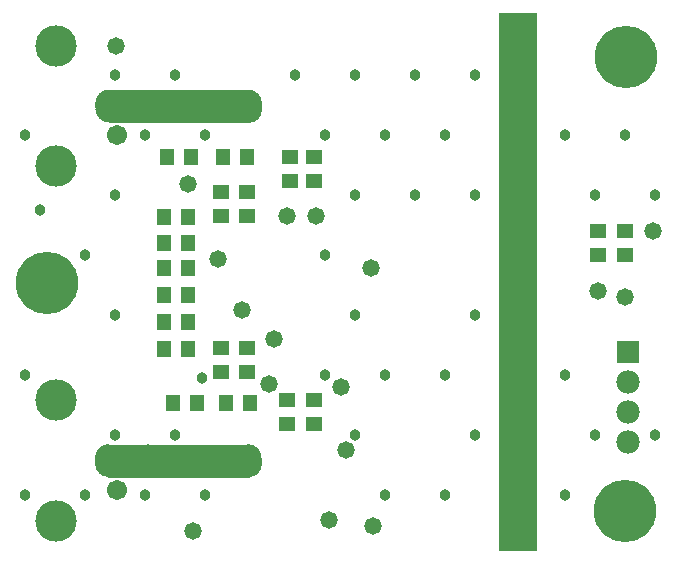
<source format=gbs>
G04*
G04 #@! TF.GenerationSoftware,Altium Limited,Altium Designer,25.5.2 (35)*
G04*
G04 Layer_Color=16711935*
%FSLAX44Y44*%
%MOMM*%
G71*
G04*
G04 #@! TF.SameCoordinates,747CCF99-A89D-410B-911D-7770042ED889*
G04*
G04*
G04 #@! TF.FilePolarity,Negative*
G04*
G01*
G75*
%ADD17C,0.2540*%
%ADD27R,1.4732X1.2192*%
%ADD28R,1.2192X1.4732*%
%ADD30C,3.5032*%
%ADD31C,1.7032*%
%ADD32R,1.7032X1.7032*%
%ADD33C,5.2832*%
%ADD34C,1.9812*%
%ADD35R,1.9812X1.9812*%
%ADD36C,0.9652*%
%ADD37C,1.4732*%
%ADD46R,3.3020X45.5930*%
G36*
X496161Y345866D02*
X498010Y345100D01*
X499675Y343988D01*
X501090Y342573D01*
X502202Y340909D01*
X502967Y339060D01*
X503358Y337097D01*
Y336096D01*
Y329746D01*
Y328871D01*
X503016Y327153D01*
X502346Y325535D01*
X501373Y324079D01*
X500135Y322841D01*
X498679Y321868D01*
X497061Y321198D01*
X495344Y320856D01*
X374087D01*
X372124Y321247D01*
X370275Y322013D01*
X368611Y323125D01*
X367196Y324540D01*
X366084Y326204D01*
X365318Y328053D01*
X364928Y330016D01*
Y331016D01*
Y336096D01*
Y337097D01*
X365318Y339060D01*
X366084Y340909D01*
X367196Y342573D01*
X368611Y343988D01*
X370275Y345100D01*
X372124Y345866D01*
X374087Y346256D01*
X494199D01*
X496161Y345866D01*
D02*
G37*
G36*
X496786Y646339D02*
X498635Y645573D01*
X500299Y644461D01*
X501714Y643046D01*
X502826Y641382D01*
X503592Y639533D01*
X503983Y637570D01*
Y636569D01*
Y630219D01*
Y629343D01*
X503641Y627626D01*
X502971Y626008D01*
X501998Y624552D01*
X500760Y623314D01*
X499304Y622341D01*
X497686Y621670D01*
X495968Y621329D01*
X374712D01*
X372749Y621719D01*
X370900Y622485D01*
X369236Y623597D01*
X367821Y625012D01*
X366709Y626676D01*
X365943Y628525D01*
X365553Y630488D01*
Y631489D01*
Y636569D01*
Y637570D01*
X365943Y639533D01*
X366709Y641382D01*
X367821Y643046D01*
X369236Y644461D01*
X370900Y645573D01*
X372749Y646339D01*
X374712Y646729D01*
X494823D01*
X496786Y646339D01*
D02*
G37*
D17*
X503866Y336096D02*
G03*
X493705Y346256I-10160J0D01*
G01*
X375596D02*
G03*
X365435Y336096I0J-10160D01*
G01*
Y331016D02*
G03*
X375596Y320856I10160J0D01*
G01*
X494976D02*
G03*
X503866Y329746I0J8890D01*
G01*
X495300Y621030D02*
G03*
X504190Y629920I0J8890D01*
G01*
X375920Y646430D02*
G03*
X365760Y636270I0J-10160D01*
G01*
X504190D02*
G03*
X494030Y646430I-10160J0D01*
G01*
X365760Y631190D02*
G03*
X375920Y621030I10160J0D01*
G01*
X484115Y320856D02*
X494975D01*
X375595Y346256D02*
X493705D01*
X375595Y320856D02*
X434715D01*
X365435Y331016D02*
Y336096D01*
X503865Y329746D02*
Y336096D01*
X434715Y320856D02*
X484115D01*
X375920Y646430D02*
X494030D01*
X375920Y621030D02*
X435040D01*
X504190Y629920D02*
Y636270D01*
X435040Y621030D02*
X484440D01*
X495300D01*
X365760Y631190D02*
Y636270D01*
D27*
X471170Y561340D02*
D03*
Y541020D02*
D03*
Y408940D02*
D03*
Y429260D02*
D03*
X492760D02*
D03*
Y408940D02*
D03*
Y541020D02*
D03*
Y561340D02*
D03*
X529590Y590550D02*
D03*
Y570230D02*
D03*
X527050Y364490D02*
D03*
Y384810D02*
D03*
X549910D02*
D03*
Y364490D02*
D03*
X812800Y528320D02*
D03*
Y508000D02*
D03*
X789940Y528320D02*
D03*
Y508000D02*
D03*
X549910Y570230D02*
D03*
Y590550D02*
D03*
D28*
X430530Y382270D02*
D03*
X450850D02*
D03*
X474980D02*
D03*
X495300D02*
D03*
X422910Y473710D02*
D03*
X443230D02*
D03*
Y427990D02*
D03*
X422910D02*
D03*
Y450850D02*
D03*
X443230D02*
D03*
Y518160D02*
D03*
X422910D02*
D03*
Y496570D02*
D03*
X443230D02*
D03*
Y539750D02*
D03*
X422910D02*
D03*
X492760Y590550D02*
D03*
X472440D02*
D03*
X445770D02*
D03*
X425450D02*
D03*
D30*
X331470Y582930D02*
D03*
Y684930D02*
D03*
Y384810D02*
D03*
Y282810D02*
D03*
D31*
X382470Y608930D02*
D03*
Y308810D02*
D03*
D32*
Y633930D02*
D03*
Y333810D02*
D03*
D33*
X814070Y675640D02*
D03*
X812800Y290830D02*
D03*
X323850Y483870D02*
D03*
D34*
X815340Y349250D02*
D03*
Y400050D02*
D03*
Y374650D02*
D03*
D35*
Y425450D02*
D03*
D36*
X685800Y660400D02*
D03*
X660400Y609600D02*
D03*
X685800Y558800D02*
D03*
Y457200D02*
D03*
X660400Y406400D02*
D03*
X685800Y355600D02*
D03*
X660400Y304800D02*
D03*
X635000Y660400D02*
D03*
X609600Y609600D02*
D03*
X635000Y558800D02*
D03*
X609600Y406400D02*
D03*
Y304800D02*
D03*
X584200Y660400D02*
D03*
X558800Y609600D02*
D03*
X584200Y558800D02*
D03*
X558800Y508000D02*
D03*
X584200Y457200D02*
D03*
X558800Y406400D02*
D03*
X584200Y355600D02*
D03*
X533400Y660400D02*
D03*
X457200Y609600D02*
D03*
X454660Y403860D02*
D03*
X457200Y304800D02*
D03*
X431800Y660400D02*
D03*
X406400Y609600D02*
D03*
X431800Y355600D02*
D03*
X406400Y304800D02*
D03*
X381000Y660400D02*
D03*
Y558800D02*
D03*
X355600Y508000D02*
D03*
X381000Y457200D02*
D03*
Y355600D02*
D03*
X355600Y304800D02*
D03*
X304800Y609600D02*
D03*
X317500Y546100D02*
D03*
X304800Y406400D02*
D03*
Y304800D02*
D03*
X812800Y609600D02*
D03*
X838200Y558800D02*
D03*
Y355600D02*
D03*
X762000Y609600D02*
D03*
X787400Y558800D02*
D03*
X762000Y406400D02*
D03*
X787400Y355600D02*
D03*
X762000Y304800D02*
D03*
X368300Y334010D02*
D03*
X408940Y326390D02*
D03*
Y342900D02*
D03*
X459999Y333257D02*
D03*
X368300Y635000D02*
D03*
X407670Y624840D02*
D03*
Y642620D02*
D03*
X459241Y633657D02*
D03*
D37*
X576580Y342900D02*
D03*
X599440Y278130D02*
D03*
X562610Y283210D02*
D03*
X836930Y528320D02*
D03*
X812800Y472440D02*
D03*
X789940Y477520D02*
D03*
X511810Y398780D02*
D03*
X572770Y396240D02*
D03*
X598170Y496570D02*
D03*
X551180Y541020D02*
D03*
X488950Y461010D02*
D03*
X515620Y436880D02*
D03*
X447040Y274320D02*
D03*
X527050Y541020D02*
D03*
X382270Y684530D02*
D03*
X443230Y567690D02*
D03*
X468630Y504190D02*
D03*
D46*
X722630Y484505D02*
D03*
M02*

</source>
